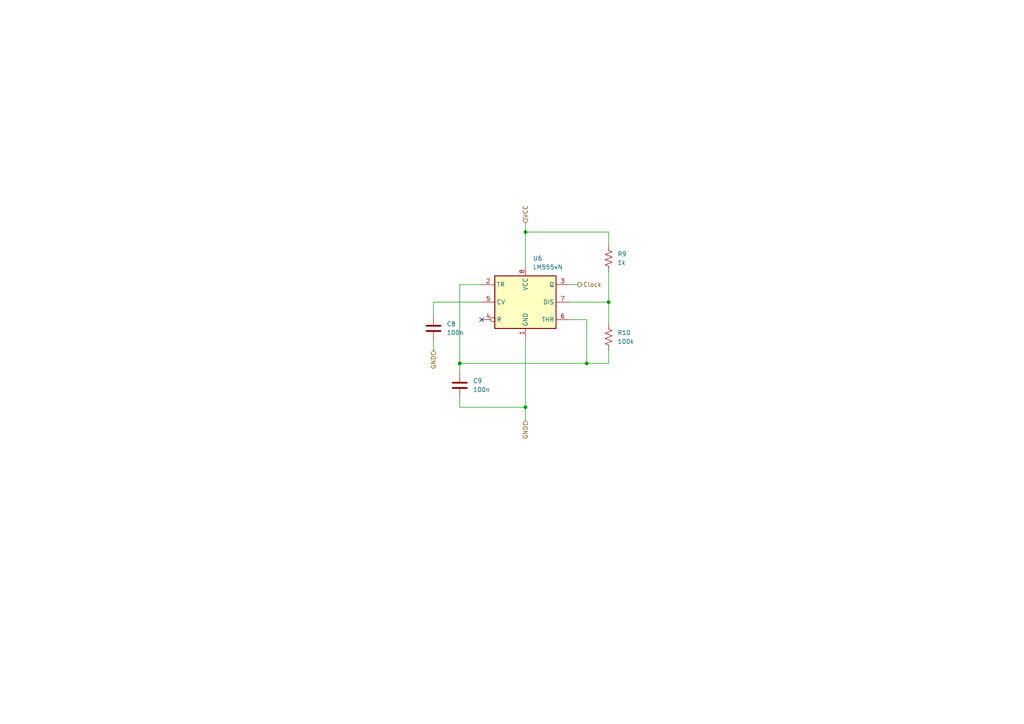
<source format=kicad_sch>
(kicad_sch (version 20250114) (generator "eeschema") (generator_version "9.0")
  (paper "A4")
  (lib_symbols
    (symbol "Device:C" (pin_numbers (hide yes)) (pin_names (offset 0.254))
      (property "Reference" "C" (at 0.635 2.54 0))
      (property "Value" "C" (at 0.635 -2.54 0))
      (symbol "C_0_1"
        (polyline (pts (xy -2.032 0.762) (xy 2.032 0.762)) (stroke (width 0.508)))
        (polyline (pts (xy -2.032 -0.762) (xy 2.032 -0.762)) (stroke (width 0.508)))
      )
      (symbol "C_1_1"
        (pin passive line (at 0 3.81 270) (length 2.794) (name "~") (number "1"))
        (pin passive line (at 0 -3.81 90) (length 2.794) (name "~") (number "2"))
      )
    )
    (symbol "Device:R_US" (pin_numbers (hide yes)) (pin_names (offset 0))
      (property "Reference" "R" (at 2.54 0 90))
      (property "Value" "R_US" (at -2.54 0 90))
      (symbol "R_US_0_1"
        (polyline (pts (xy 0 2.286) (xy 0 2.54)))
        (polyline (pts (xy 0 2.286) (xy 1.016 1.905) (xy 0 1.524) (xy -1.016 1.143) (xy 0 0.762)))
        (polyline (pts (xy 0 0.762) (xy 1.016 0.381) (xy 0 0) (xy -1.016 -0.381) (xy 0 -0.762)))
        (polyline (pts (xy 0 -0.762) (xy 1.016 -1.143) (xy 0 -1.524) (xy -1.016 -1.905) (xy 0 -2.286)))
        (polyline (pts (xy 0 -2.286) (xy 0 -2.54)))
      )
      (symbol "R_US_1_1"
        (pin passive line (at 0 3.81 270) (length 1.27) (name "~") (number "1"))
        (pin passive line (at 0 -3.81 90) (length 1.27) (name "~") (number "2"))
      )
    )
    (symbol "Timer:LM555xN"
      (property "Reference" "U" (at -10.16 8.89 0))
      (property "Value" "LM555xN" (at 2.54 8.89 0))
      (symbol "LM555xN_0_0"
        (pin power_in line (at 0 10.16 270) (length 2.54) (name "VCC") (number "8"))
        (pin power_in line (at 0 -10.16 90) (length 2.54) (name "GND") (number "1"))
      )
      (symbol "LM555xN_0_1"
        (rectangle (start -8.89 -7.62) (end 8.89 7.62) (stroke (width 0.254)) (fill (type background)))
        (rectangle (start -8.89 -7.62) (end 8.89 7.62) (stroke (width 0.254)) (fill (type background)))
      )
      (symbol "LM555xN_1_1"
        (pin input line (at -12.7 5.08 0) (length 3.81) (name "TR") (number "2"))
        (pin input line (at -12.7 0 0) (length 3.81) (name "CV") (number "5"))
        (pin input inverted (at -12.7 -5.08 0) (length 3.81) (name "R") (number "4"))
        (pin output line (at 12.7 5.08 180) (length 3.81) (name "Q") (number "3"))
        (pin input line (at 12.7 0 180) (length 3.81) (name "DIS") (number "7"))
        (pin input line (at 12.7 -5.08 180) (length 3.81) (name "THR") (number "6"))
      )
    )
  )
  (junction (at 152.4 118.11))
  (junction (at 176.53 87.63))
  (junction (at 170.18 105.41))
  (junction (at 133.35 105.41))
  (junction (at 152.4 67.31))
  (no_connect (at 139.7 92.71))
  (wire (pts (xy 152.4 67.31) (xy 152.4 77.47)))
  (wire (pts (xy 133.35 105.41) (xy 133.35 107.95)))
  (wire (pts (xy 152.4 118.11) (xy 152.4 121.92)))
  (wire (pts (xy 125.73 99.06) (xy 125.73 101.6)))
  (wire (pts (xy 170.18 92.71) (xy 165.1 92.71)))
  (wire (pts (xy 176.53 67.31) (xy 176.53 71.12)))
  (wire (pts (xy 152.4 67.31) (xy 176.53 67.31)))
  (wire (pts (xy 176.53 101.6) (xy 176.53 105.41)))
  (wire (pts (xy 139.7 82.55) (xy 133.35 82.55)))
  (wire (pts (xy 176.53 78.74) (xy 176.53 87.63)))
  (wire (pts (xy 176.53 87.63) (xy 176.53 93.98)))
  (wire (pts (xy 133.35 118.11) (xy 133.35 115.57)))
  (wire (pts (xy 170.18 105.41) (xy 170.18 92.71)))
  (wire (pts (xy 139.7 87.63) (xy 125.73 87.63)))
  (wire (pts (xy 152.4 64.77) (xy 152.4 67.31)))
  (wire (pts (xy 133.35 118.11) (xy 152.4 118.11)))
  (wire (pts (xy 165.1 87.63) (xy 176.53 87.63)))
  (wire (pts (xy 165.1 82.55) (xy 167.64 82.55)))
  (wire (pts (xy 152.4 97.79) (xy 152.4 118.11)))
  (wire (pts (xy 125.73 87.63) (xy 125.73 91.44)))
  (wire (pts (xy 133.35 82.55) (xy 133.35 105.41)))
  (wire (pts (xy 133.35 105.41) (xy 170.18 105.41)))
  (wire (pts (xy 176.53 105.41) (xy 170.18 105.41)))
  (hierarchical_label "Clock" (shape output) (at 167.64 82.55 0))
  (hierarchical_label "VCC" (shape input) (at 152.4 64.77 90))
  (hierarchical_label "GND" (shape input) (at 125.73 101.6 270))
  (hierarchical_label "GND" (shape input) (at 152.4 121.92 270))
  (symbol (lib_id "Device:C") (at 125.73 95.25 0) (unit 1)
    (property "Reference" "C8" (at 129.54 93.9799 0) (effects (justify left)))
    (property "Value" "100n" (at 129.54 96.5199 0) (effects (justify left)))
    (property "Footprint" "Capacitor_THT:C_Disc_D3.0mm_W1.6mm_P2.50mm" (effects (hide yes)))
    (property "Description" "Unpolarized capacitor" (effects (hide yes)))
  )
  (symbol (lib_id "Device:C") (at 133.35 111.76 0) (unit 1)
    (property "Reference" "C9" (at 137.16 110.4899 0) (effects (justify left)))
    (property "Value" "100n" (at 137.16 113.0299 0) (effects (justify left)))
    (property "Footprint" "Capacitor_THT:C_Disc_D3.0mm_W1.6mm_P2.50mm" (effects (hide yes)))
    (property "Description" "Unpolarized capacitor" (effects (hide yes)))
  )
  (symbol (lib_id "Device:R_US") (at 176.53 74.93 0) (unit 1)
    (property "Reference" "R9" (at 179.07 73.6599 0) (effects (justify left)))
    (property "Value" "1k" (at 179.07 76.1999 0) (effects (justify left)))
    (property "Footprint" "Resistor_THT:R_Axial_DIN0207_L6.3mm_D2.5mm_P10.16mm_Horizontal" (effects (hide yes)))
    (property "Description" "Resistor, US symbol" (effects (hide yes)))
  )
  (symbol (lib_id "Device:R_US") (at 176.53 97.79 0) (unit 1)
    (property "Reference" "R10" (at 179.07 96.5199 0) (effects (justify left)))
    (property "Value" "100k" (at 179.07 99.0599 0) (effects (justify left)))
    (property "Footprint" "Resistor_THT:R_Axial_DIN0207_L6.3mm_D2.5mm_P10.16mm_Horizontal" (effects (hide yes)))
    (property "Description" "Resistor, US symbol" (effects (hide yes)))
  )
  (symbol (lib_id "Timer:LM555xN") (at 152.4 87.63 0) (unit 1)
    (property "Reference" "U6" (at 154.5433 74.93 0) (effects (justify left)))
    (property "Value" "LM555xN" (at 154.5433 77.47 0) (effects (justify left)))
    (property "Footprint" "Package_DIP:DIP-8_W7.62mm" (effects (hide yes)))
    (property "Datasheet" "http://www.ti.com/lit/ds/symlink/lm555.pdf" (effects (hide yes)))
    (property "Description" "Timer, 555 compatible, PDIP-8" (effects (hide yes)))
  )
)
</source>
